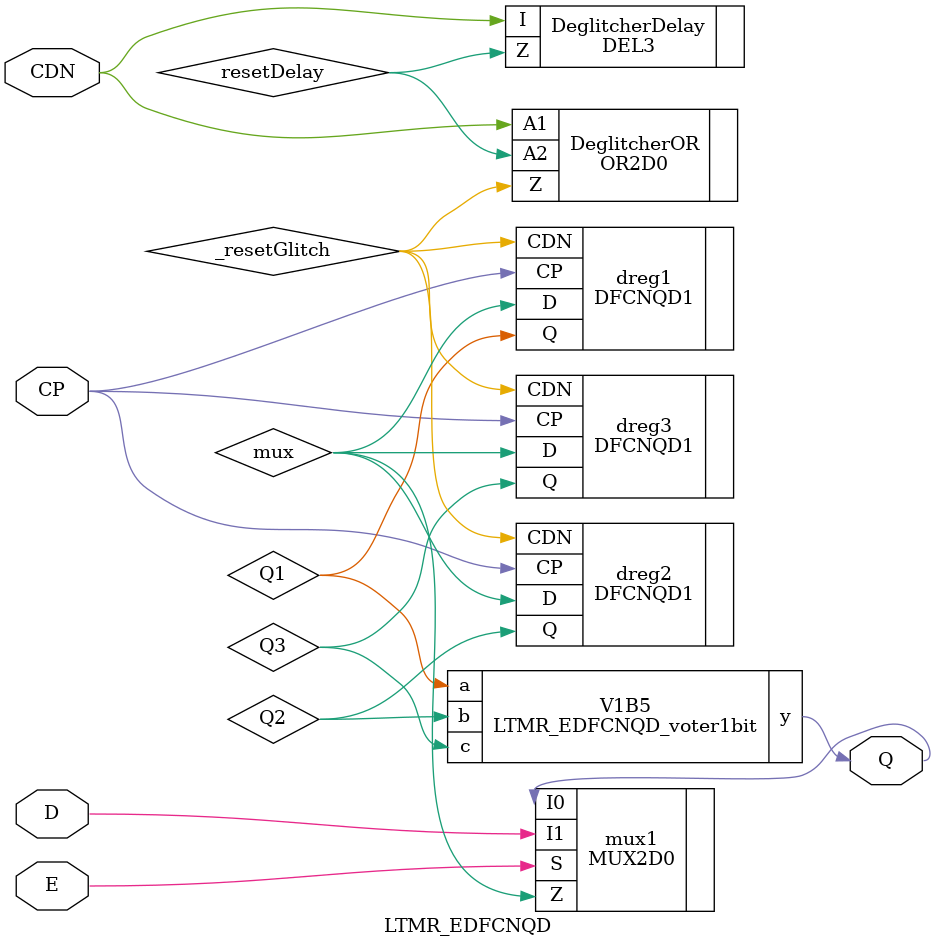
<source format=v>

module LTMR_EDFCNQD_voter1bit(a, b, c, y);
  input a, b, c;
  output y;
  wire a, b, c;
  wire y;
  wire or1, z1, z2, z3;
  CKAN2D0 AND1(.A1 (a), .A2 (b), .Z (z1));
  CKAN2D0 AND2(.A1 (b), .A2 (c), .Z (z2));
  CKAN2D0 AND3(.A1 (c), .A2 (a), .Z (z3));
  OR2D0 OR1(.A1 (z1), .A2 (z2), .Z (or1));
  OR2D0 OR2(.A1 (or1), .A2 (z3), .Z (y));
endmodule

module LTMR_EDFCNQD(E, CP, CDN, D, Q);
  input E, CP, CDN, D;
  output Q;
  wire E, CP, CDN, D;
  wire Q;
  wire Q1, Q2, Q3, _resetGlitch, mux, resetDelay;
  LTMR_EDFCNQD_voter1bit V1B5(.a (Q1), .b (Q2), .c (Q3), .y (Q));
  DEL3 DeglitcherDelay(.I (CDN), .Z (resetDelay));
  OR2D0 DeglitcherOR(.A1 (CDN), .A2 (resetDelay), .Z (_resetGlitch));
  MUX2D0 mux1(.I0 (Q), .I1 (D), .S (E), .Z (mux));
  DFCNQD1 dreg1(.CDN (_resetGlitch), .CP (CP), .D (mux), .Q (Q1));
  DFCNQD1 dreg2(.CDN (_resetGlitch), .CP (CP), .D (mux), .Q (Q2));
  DFCNQD1 dreg3(.CDN (_resetGlitch), .CP (CP), .D (mux), .Q (Q3));
  
  
  // synopsys dc_script_begin
  // set_dont_touch DeglitcherDelay
  // synopsys dc_script_end
  
endmodule
</source>
